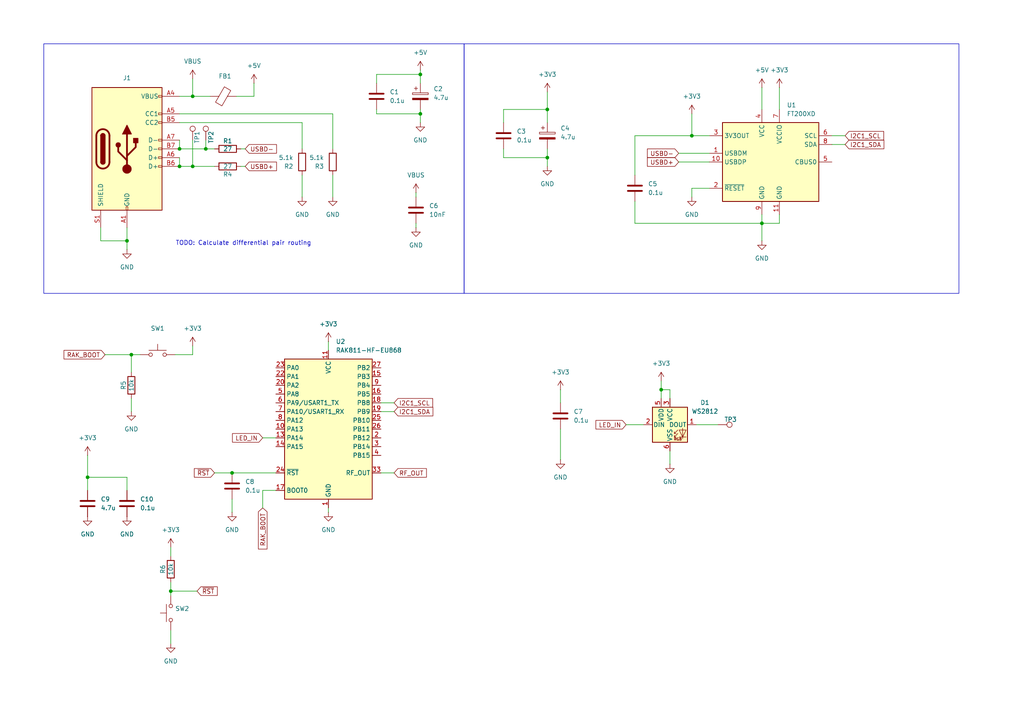
<source format=kicad_sch>
(kicad_sch (version 20250114) (generator "eeschema") (generator_version "9.0")
  (paper "A4")
  (lib_symbols
    (symbol "Connector:TestPoint" (pin_numbers (hide yes)) (pin_names (offset 0.762) (hide yes))
      (property "Reference" "TP" (at 0 6.858 0))
      (property "Value" "TestPoint" (at 0 5.08 0))
      (symbol "TestPoint_0_1"
        (circle (center 0 3.302) (radius 0.762))
      )
      (symbol "TestPoint_1_1"
        (pin passive line (at 0 0 90) (length 2.54) (name "1") (number "1"))
      )
    )
    (symbol "Connector:USB_C_Receptacle_USB2.0_14P" (pin_names (offset 1.016))
      (property "Reference" "J" (at 0 22.225 0))
      (property "Value" "USB_C_Receptacle_USB2.0_14P" (at 0 19.685 0))
      (symbol "USB_C_Receptacle_USB2.0_14P_0_0"
        (rectangle (start -0.254 -17.78) (end 0.254 -16.764))
        (rectangle (start 10.16 15.494) (end 9.144 14.986))
        (rectangle (start 10.16 10.414) (end 9.144 9.906))
        (rectangle (start 10.16 7.874) (end 9.144 7.366))
        (rectangle (start 10.16 2.794) (end 9.144 2.286))
        (rectangle (start 10.16 0.254) (end 9.144 -0.254))
        (rectangle (start 10.16 -2.286) (end 9.144 -2.794))
        (rectangle (start 10.16 -4.826) (end 9.144 -5.334))
      )
      (symbol "USB_C_Receptacle_USB2.0_14P_0_1"
        (rectangle (start -10.16 17.78) (end 10.16 -17.78) (stroke (width 0.254)) (fill (type background)))
        (polyline (pts (xy -8.89 -3.81) (xy -8.89 3.81)) (stroke (width 0.508)))
        (rectangle (start -7.62 -3.81) (end -6.35 3.81) (stroke (width 0.254)) (fill (type outline)))
        (arc (start -7.62 3.81) (mid -6.985 4.4423) (end -6.35 3.81) (stroke (width 0.254)))
        (arc (start -7.62 3.81) (mid -6.985 4.4423) (end -6.35 3.81) (stroke (width 0.254)) (fill (type outline)))
        (arc (start -8.89 3.81) (mid -6.985 5.7067) (end -5.08 3.81) (stroke (width 0.508)))
        (arc (start -5.08 -3.81) (mid -6.985 -5.7067) (end -8.89 -3.81) (stroke (width 0.508)))
        (arc (start -6.35 -3.81) (mid -6.985 -4.4423) (end -7.62 -3.81) (stroke (width 0.254)))
        (arc (start -6.35 -3.81) (mid -6.985 -4.4423) (end -7.62 -3.81) (stroke (width 0.254)) (fill (type outline)))
        (polyline (pts (xy -5.08 3.81) (xy -5.08 -3.81)) (stroke (width 0.508)))
        (circle (center -2.54 1.143) (radius 0.635) (stroke (width 0.254)) (fill (type outline)))
        (polyline (pts (xy -1.27 4.318) (xy 0 6.858) (xy 1.27 4.318) (xy -1.27 4.318)) (stroke (width 0.254)) (fill (type outline)))
        (polyline (pts (xy 0 -2.032) (xy 2.54 0.508) (xy 2.54 1.778)) (stroke (width 0.508)))
        (polyline (pts (xy 0 -3.302) (xy -2.54 -0.762) (xy -2.54 0.508)) (stroke (width 0.508)))
        (polyline (pts (xy 0 -5.842) (xy 0 4.318)) (stroke (width 0.508)))
        (circle (center 0 -5.842) (radius 1.27) (fill (type outline)))
        (rectangle (start 1.905 1.778) (end 3.175 3.048) (stroke (width 0.254)) (fill (type outline)))
      )
      (symbol "USB_C_Receptacle_USB2.0_14P_1_1"
        (pin passive line (at -7.62 -22.86 90) (length 5.08) (name "SHIELD") (number "S1"))
        (pin passive line (at 0 -22.86 90) (length 5.08) (name "GND") (number "A1"))
        (pin passive line (at 0 -22.86 90) (length 5.08) (hide yes) (name "GND") (number "A12"))
        (pin passive line (at 0 -22.86 90) (length 5.08) (hide yes) (name "GND") (number "B1"))
        (pin passive line (at 0 -22.86 90) (length 5.08) (hide yes) (name "GND") (number "B12"))
        (pin passive line (at 15.24 15.24 180) (length 5.08) (name "VBUS") (number "A4"))
        (pin passive line (at 15.24 15.24 180) (length 5.08) (hide yes) (name "VBUS") (number "A9"))
        (pin passive line (at 15.24 15.24 180) (length 5.08) (hide yes) (name "VBUS") (number "B4"))
        (pin passive line (at 15.24 15.24 180) (length 5.08) (hide yes) (name "VBUS") (number "B9"))
        (pin bidirectional line (at 15.24 10.16 180) (length 5.08) (name "CC1") (number "A5"))
        (pin bidirectional line (at 15.24 7.62 180) (length 5.08) (name "CC2") (number "B5"))
        (pin bidirectional line (at 15.24 2.54 180) (length 5.08) (name "D-") (number "A7"))
        (pin bidirectional line (at 15.24 0 180) (length 5.08) (name "D-") (number "B7"))
        (pin bidirectional line (at 15.24 -2.54 180) (length 5.08) (name "D+") (number "A6"))
        (pin bidirectional line (at 15.24 -5.08 180) (length 5.08) (name "D+") (number "B6"))
      )
    )
    (symbol "Device:C" (pin_numbers (hide yes)) (pin_names (offset 0.254))
      (property "Reference" "C" (at 0.635 2.54 0))
      (property "Value" "C" (at 0.635 -2.54 0))
      (symbol "C_0_1"
        (polyline (pts (xy -2.032 0.762) (xy 2.032 0.762)) (stroke (width 0.508)))
        (polyline (pts (xy -2.032 -0.762) (xy 2.032 -0.762)) (stroke (width 0.508)))
      )
      (symbol "C_1_1"
        (pin passive line (at 0 3.81 270) (length 2.794) (name "~") (number "1"))
        (pin passive line (at 0 -3.81 90) (length 2.794) (name "~") (number "2"))
      )
    )
    (symbol "Device:C_Polarized" (pin_numbers (hide yes)) (pin_names (offset 0.254))
      (property "Reference" "C" (at 0.635 2.54 0))
      (property "Value" "C_Polarized" (at 0.635 -2.54 0))
      (symbol "C_Polarized_0_1"
        (rectangle (start -2.286 0.508) (end 2.286 1.016))
        (polyline (pts (xy -1.778 2.286) (xy -0.762 2.286)))
        (polyline (pts (xy -1.27 2.794) (xy -1.27 1.778)))
        (rectangle (start 2.286 -0.508) (end -2.286 -1.016) (fill (type outline)))
      )
      (symbol "C_Polarized_1_1"
        (pin passive line (at 0 3.81 270) (length 2.794) (name "~") (number "1"))
        (pin passive line (at 0 -3.81 90) (length 2.794) (name "~") (number "2"))
      )
    )
    (symbol "Device:FerriteBead" (pin_numbers (hide yes)) (pin_names (offset 0))
      (property "Reference" "FB" (at -3.81 0.635 90))
      (property "Value" "FerriteBead" (at 3.81 0 90))
      (symbol "FerriteBead_0_1"
        (polyline (pts (xy -2.7686 0.4064) (xy -1.7018 2.2606) (xy 2.7686 -0.3048) (xy 1.6764 -2.159) (xy -2.7686 0.4064)))
        (polyline (pts (xy 0 1.27) (xy 0 1.2954)))
        (polyline (pts (xy 0 -1.27) (xy 0 -1.2192)))
      )
      (symbol "FerriteBead_1_1"
        (pin passive line (at 0 3.81 270) (length 2.54) (name "~") (number "1"))
        (pin passive line (at 0 -3.81 90) (length 2.54) (name "~") (number "2"))
      )
    )
    (symbol "Device:R" (pin_numbers (hide yes)) (pin_names (offset 0))
      (property "Reference" "R" (at 2.032 0 90))
      (property "Value" "R" (at 0 0 90))
      (symbol "R_0_1"
        (rectangle (start -1.016 -2.54) (end 1.016 2.54) (stroke (width 0.254)))
      )
      (symbol "R_1_1"
        (pin passive line (at 0 3.81 270) (length 1.27) (name "~") (number "1"))
        (pin passive line (at 0 -3.81 90) (length 1.27) (name "~") (number "2"))
      )
    )
    (symbol "Interface_USB:FT200XD"
      (property "Reference" "U" (at -13.97 12.7 0))
      (property "Value" "FT200XD" (at 7.62 12.7 0))
      (symbol "FT200XD_0_1"
        (rectangle (start -13.97 11.43) (end 13.97 -11.43) (stroke (width 0.254)) (fill (type background)))
      )
      (symbol "FT200XD_1_1"
        (pin power_out line (at -17.78 7.62 0) (length 3.81) (name "3V3OUT") (number "3"))
        (pin input line (at -17.78 2.54 0) (length 3.81) (name "USBDM") (number "1"))
        (pin input line (at -17.78 0 0) (length 3.81) (name "USBDP") (number "10"))
        (pin input line (at -17.78 -7.62 0) (length 3.81) (name "~{RESET}") (number "2"))
        (pin power_in line (at -2.54 15.24 270) (length 3.81) (name "VCC") (number "4"))
        (pin power_in line (at -2.54 -15.24 90) (length 3.81) (name "GND") (number "9"))
        (pin power_in line (at 2.54 15.24 270) (length 3.81) (name "VCCIO") (number "7"))
        (pin power_in line (at 2.54 -15.24 90) (length 3.81) (name "GND") (number "11"))
        (pin input line (at 17.78 7.62 180) (length 3.81) (name "SCL") (number "6"))
        (pin bidirectional line (at 17.78 5.08 180) (length 3.81) (name "SDA") (number "8"))
        (pin bidirectional line (at 17.78 0 180) (length 3.81) (name "CBUS0") (number "5"))
      )
    )
    (symbol "LED:WS2812" (pin_names (offset 0.254))
      (property "Reference" "D" (at 5.08 5.715 0))
      (property "Value" "WS2812" (at 1.27 -5.715 0))
      (symbol "WS2812_0_0"
        (text "RGB" (at 2.286 -4.191 0) (effects (font (size 0.762 0.762))))
      )
      (symbol "WS2812_0_1"
        (polyline (pts (xy 1.27 -2.54) (xy 1.778 -2.54)))
        (polyline (pts (xy 1.27 -3.556) (xy 1.778 -3.556)))
        (polyline (pts (xy 2.286 -1.524) (xy 1.27 -2.54) (xy 1.27 -2.032)))
        (polyline (pts (xy 2.286 -2.54) (xy 1.27 -3.556) (xy 1.27 -3.048)))
        (polyline (pts (xy 3.683 -1.016) (xy 3.683 -3.556) (xy 3.683 -4.064)))
        (polyline (pts (xy 4.699 -1.524) (xy 2.667 -1.524) (xy 3.683 -3.556) (xy 4.699 -1.524)))
        (polyline (pts (xy 4.699 -3.556) (xy 2.667 -3.556)))
        (rectangle (start 5.08 5.08) (end -5.08 -5.08) (stroke (width 0.254)) (fill (type background)))
      )
      (symbol "WS2812_1_1"
        (pin input line (at -7.62 0 0) (length 2.54) (name "DIN") (number "2"))
        (pin power_in line (at -2.54 7.62 270) (length 2.54) (name "VDD") (number "5"))
        (pin power_in line (at 0 7.62 270) (length 2.54) (name "VCC") (number "3"))
        (pin power_in line (at 0 -7.62 90) (length 2.54) (name "VSS") (number "6"))
        (pin no_connect line (at 5.08 2.54 180) (length 2.54) (hide yes) (name "NC") (number "4"))
        (pin output line (at 7.62 0 180) (length 2.54) (name "DOUT") (number "1"))
      )
    )
    (symbol "RF_Module:RAK811-HF-EU868"
      (property "Reference" "U" (at 0 31.75 0))
      (property "Value" "RAK811-HF-EU868" (at 0 27.94 0))
      (symbol "RAK811-HF-EU868_0_0"
        (pin bidirectional line (at -15.24 17.78 0) (length 2.54) (name "PA0") (number "23"))
        (pin bidirectional line (at -15.24 15.24 0) (length 2.54) (name "PA1") (number "22"))
        (pin bidirectional line (at -15.24 12.7 0) (length 2.54) (name "PA2") (number "20"))
        (pin bidirectional line (at -15.24 10.16 0) (length 2.54) (name "PA8") (number "5"))
        (pin bidirectional line (at -15.24 7.62 0) (length 2.54) (name "PA9/USART1_TX") (number "6"))
        (pin bidirectional line (at -15.24 5.08 0) (length 2.54) (name "PA10/USART1_RX") (number "7"))
        (pin bidirectional line (at -15.24 2.54 0) (length 2.54) (name "PA12") (number "8"))
        (pin bidirectional line (at -15.24 0 0) (length 2.54) (name "PA13") (number "10"))
        (pin bidirectional line (at -15.24 -2.54 0) (length 2.54) (name "PA14") (number "13"))
        (pin bidirectional line (at -15.24 -5.08 0) (length 2.54) (name "PA15") (number "14"))
        (pin input line (at -15.24 -12.7 0) (length 2.54) (name "~{RST}") (number "24"))
        (pin input line (at -15.24 -17.78 0) (length 2.54) (name "BOOT0") (number "17"))
        (pin power_in line (at 0 22.86 270) (length 2.54) (name "VCC") (number "11"))
        (pin power_in line (at 0 -22.86 90) (length 2.54) (name "GND") (number "1"))
        (pin passive line (at 0 -22.86 90) (length 2.54) (hide yes) (name "GND") (number "12"))
        (pin passive line (at 0 -22.86 90) (length 2.54) (hide yes) (name "GND") (number "21"))
        (pin passive line (at 0 -22.86 90) (length 2.54) (hide yes) (name "GND") (number "28"))
        (pin passive line (at 0 -22.86 90) (length 2.54) (hide yes) (name "GND") (number "29"))
        (pin passive line (at 0 -22.86 90) (length 2.54) (hide yes) (name "GND") (number "30"))
        (pin passive line (at 0 -22.86 90) (length 2.54) (hide yes) (name "GND") (number "31"))
        (pin passive line (at 0 -22.86 90) (length 2.54) (hide yes) (name "GND") (number "32"))
        (pin passive line (at 0 -22.86 90) (length 2.54) (hide yes) (name "GND") (number "34"))
        (pin bidirectional line (at 15.24 17.78 180) (length 2.54) (name "PB2") (number "27"))
        (pin bidirectional line (at 15.24 15.24 180) (length 2.54) (name "PB3") (number "15"))
        (pin bidirectional line (at 15.24 12.7 180) (length 2.54) (name "PB4") (number "9"))
        (pin bidirectional line (at 15.24 10.16 180) (length 2.54) (name "PB5") (number "16"))
        (pin bidirectional line (at 15.24 7.62 180) (length 2.54) (name "PB8") (number "18"))
        (pin bidirectional line (at 15.24 5.08 180) (length 2.54) (name "PB9") (number "19"))
        (pin bidirectional line (at 15.24 2.54 180) (length 2.54) (name "PB10") (number "25"))
        (pin bidirectional line (at 15.24 0 180) (length 2.54) (name "PB11") (number "26"))
        (pin bidirectional line (at 15.24 -2.54 180) (length 2.54) (name "PB12") (number "2"))
        (pin bidirectional line (at 15.24 -5.08 180) (length 2.54) (name "PB14") (number "3"))
        (pin bidirectional line (at 15.24 -7.62 180) (length 2.54) (name "PB15") (number "4"))
        (pin passive line (at 15.24 -12.7 180) (length 2.54) (name "RF_OUT") (number "33"))
      )
      (symbol "RAK811-HF-EU868_0_1"
        (rectangle (start 12.7 -20.32) (end -12.7 20.32) (stroke (width 0.254)) (fill (type background)))
      )
    )
    (symbol "Switch:SW_Push" (pin_numbers (hide yes)) (pin_names (offset 1.016) (hide yes))
      (property "Reference" "SW" (at 1.27 2.54 0))
      (property "Value" "SW_Push" (at 0 -1.524 0))
      (symbol "SW_Push_0_1"
        (circle (center -2.032 0) (radius 0.508))
        (polyline (pts (xy 0 1.27) (xy 0 3.048)))
        (circle (center 2.032 0) (radius 0.508))
        (polyline (pts (xy 2.54 1.27) (xy -2.54 1.27)))
        (pin passive line (at -5.08 0 0) (length 2.54) (name "1") (number "1"))
        (pin passive line (at 5.08 0 180) (length 2.54) (name "2") (number "2"))
      )
    )
    (symbol "power:+5V" (power) (pin_numbers (hide yes)) (pin_names (offset 0) (hide yes))
      (property "Value" "+5V" (at 0 3.556 0))
      (symbol "+5V_0_1"
        (polyline (pts (xy -0.762 1.27) (xy 0 2.54)))
        (polyline (pts (xy 0 2.54) (xy 0.762 1.27)))
        (polyline (pts (xy 0 0) (xy 0 2.54)))
      )
      (symbol "+5V_1_1"
        (pin power_in line (at 0 0 90) (length 0) (name "~") (number "1"))
      )
    )
    (symbol "power:GND" (power) (pin_numbers (hide yes)) (pin_names (offset 0) (hide yes))
      (property "Value" "GND" (at 0 -3.81 0))
      (symbol "GND_0_1"
        (polyline (pts (xy 0 0) (xy 0 -1.27) (xy 1.27 -1.27) (xy 0 -2.54) (xy -1.27 -1.27) (xy 0 -1.27)))
      )
      (symbol "GND_1_1"
        (pin power_in line (at 0 0 270) (length 0) (name "~") (number "1"))
      )
    )
    (symbol "power:VBUS" (power) (pin_numbers (hide yes)) (pin_names (offset 0) (hide yes))
      (property "Value" "VBUS" (at 0 3.556 0))
      (symbol "VBUS_0_1"
        (polyline (pts (xy -0.762 1.27) (xy 0 2.54)))
        (polyline (pts (xy 0 2.54) (xy 0.762 1.27)))
        (polyline (pts (xy 0 0) (xy 0 2.54)))
      )
      (symbol "VBUS_1_1"
        (pin power_in line (at 0 0 90) (length 0) (name "~") (number "1"))
      )
    )
  )
  (rectangle (start 134.62 12.7) (end 278.13 85.09))
  (rectangle (start 12.7 12.7) (end 134.62 85.09))
  (text "TODO: Calculate differential pair routing" (at 70.612 70.612 0) (effects (font (size 1.27 1.27))))
  (junction (at 220.98 64.77))
  (junction (at 59.69 43.18))
  (junction (at 52.07 48.26))
  (junction (at 158.75 31.75))
  (junction (at 67.31 137.16))
  (junction (at 200.66 39.37))
  (junction (at 191.77 113.03))
  (junction (at 158.75 45.72))
  (junction (at 25.4 138.43))
  (junction (at 38.1 102.87))
  (junction (at 55.88 27.94))
  (junction (at 52.07 43.18))
  (junction (at 49.53 171.45))
  (junction (at 121.92 33.02))
  (junction (at 36.83 69.85))
  (junction (at 55.88 48.26))
  (junction (at 121.92 21.59))
  (wire (pts (xy 38.1 107.95) (xy 38.1 102.87)))
  (wire (pts (xy 55.88 27.94) (xy 60.96 27.94)))
  (wire (pts (xy 110.49 137.16) (xy 114.3 137.16)))
  (wire (pts (xy 158.75 48.26) (xy 158.75 45.72)))
  (wire (pts (xy 55.88 22.86) (xy 55.88 27.94)))
  (wire (pts (xy 146.05 31.75) (xy 158.75 31.75)))
  (wire (pts (xy 121.92 31.75) (xy 121.92 33.02)))
  (wire (pts (xy 25.4 138.43) (xy 36.83 138.43)))
  (wire (pts (xy 49.53 171.45) (xy 49.53 172.72)))
  (wire (pts (xy 194.31 113.03) (xy 191.77 113.03)))
  (wire (pts (xy 52.07 27.94) (xy 55.88 27.94)))
  (wire (pts (xy 96.52 33.02) (xy 96.52 43.18)))
  (wire (pts (xy 158.75 45.72) (xy 158.75 43.18)))
  (wire (pts (xy 30.48 102.87) (xy 38.1 102.87)))
  (wire (pts (xy 191.77 113.03) (xy 191.77 115.57)))
  (wire (pts (xy 52.07 45.72) (xy 52.07 48.26)))
  (wire (pts (xy 52.07 35.56) (xy 87.63 35.56)))
  (wire (pts (xy 59.69 40.64) (xy 59.69 43.18)))
  (wire (pts (xy 146.05 35.56) (xy 146.05 31.75)))
  (wire (pts (xy 245.11 39.37) (xy 241.3 39.37)))
  (wire (pts (xy 184.15 58.42) (xy 184.15 64.77)))
  (wire (pts (xy 158.75 31.75) (xy 158.75 35.56)))
  (wire (pts (xy 69.85 48.26) (xy 71.12 48.26)))
  (wire (pts (xy 109.22 33.02) (xy 121.92 33.02)))
  (wire (pts (xy 200.66 39.37) (xy 205.74 39.37)))
  (wire (pts (xy 158.75 26.67) (xy 158.75 31.75)))
  (wire (pts (xy 194.31 115.57) (xy 194.31 113.03)))
  (wire (pts (xy 25.4 132.08) (xy 25.4 138.43)))
  (wire (pts (xy 220.98 64.77) (xy 220.98 69.85)))
  (wire (pts (xy 76.2 142.24) (xy 80.01 142.24)))
  (wire (pts (xy 95.25 148.59) (xy 95.25 147.32)))
  (wire (pts (xy 49.53 168.91) (xy 49.53 171.45)))
  (wire (pts (xy 55.88 48.26) (xy 62.23 48.26)))
  (wire (pts (xy 87.63 35.56) (xy 87.63 43.18)))
  (wire (pts (xy 200.66 54.61) (xy 205.74 54.61)))
  (wire (pts (xy 162.56 133.35) (xy 162.56 124.46)))
  (wire (pts (xy 55.88 102.87) (xy 55.88 100.33)))
  (wire (pts (xy 220.98 64.77) (xy 226.06 64.77)))
  (wire (pts (xy 36.83 66.04) (xy 36.83 69.85)))
  (wire (pts (xy 96.52 57.15) (xy 96.52 50.8)))
  (wire (pts (xy 52.07 40.64) (xy 52.07 43.18)))
  (wire (pts (xy 73.66 27.94) (xy 68.58 27.94)))
  (wire (pts (xy 67.31 144.78) (xy 67.31 148.59)))
  (wire (pts (xy 73.66 24.13) (xy 73.66 27.94)))
  (wire (pts (xy 50.8 102.87) (xy 55.88 102.87)))
  (wire (pts (xy 95.25 99.06) (xy 95.25 101.6)))
  (wire (pts (xy 49.53 158.75) (xy 49.53 161.29)))
  (wire (pts (xy 120.65 55.88) (xy 120.65 57.15)))
  (wire (pts (xy 36.83 138.43) (xy 36.83 142.24)))
  (wire (pts (xy 121.92 20.32) (xy 121.92 21.59)))
  (wire (pts (xy 38.1 119.38) (xy 38.1 115.57)))
  (wire (pts (xy 245.11 41.91) (xy 241.3 41.91)))
  (wire (pts (xy 196.85 46.99) (xy 205.74 46.99)))
  (wire (pts (xy 67.31 137.16) (xy 80.01 137.16)))
  (wire (pts (xy 110.49 116.84) (xy 114.3 116.84)))
  (wire (pts (xy 59.69 43.18) (xy 62.23 43.18)))
  (wire (pts (xy 184.15 64.77) (xy 220.98 64.77)))
  (wire (pts (xy 52.07 43.18) (xy 59.69 43.18)))
  (wire (pts (xy 109.22 24.13) (xy 109.22 21.59)))
  (wire (pts (xy 57.15 171.45) (xy 49.53 171.45)))
  (wire (pts (xy 25.4 142.24) (xy 25.4 138.43)))
  (wire (pts (xy 201.93 123.19) (xy 208.28 123.19)))
  (wire (pts (xy 87.63 50.8) (xy 87.63 57.15)))
  (wire (pts (xy 109.22 31.75) (xy 109.22 33.02)))
  (wire (pts (xy 162.56 113.03) (xy 162.56 116.84)))
  (wire (pts (xy 120.65 66.04) (xy 120.65 64.77)))
  (wire (pts (xy 200.66 54.61) (xy 200.66 57.15)))
  (wire (pts (xy 226.06 25.4) (xy 226.06 31.75)))
  (wire (pts (xy 220.98 25.4) (xy 220.98 31.75)))
  (wire (pts (xy 181.61 123.19) (xy 186.69 123.19)))
  (wire (pts (xy 110.49 119.38) (xy 114.3 119.38)))
  (wire (pts (xy 146.05 45.72) (xy 158.75 45.72)))
  (wire (pts (xy 184.15 39.37) (xy 200.66 39.37)))
  (wire (pts (xy 29.21 69.85) (xy 36.83 69.85)))
  (wire (pts (xy 55.88 40.64) (xy 55.88 48.26)))
  (wire (pts (xy 29.21 66.04) (xy 29.21 69.85)))
  (wire (pts (xy 191.77 110.49) (xy 191.77 113.03)))
  (wire (pts (xy 196.85 44.45) (xy 205.74 44.45)))
  (wire (pts (xy 62.23 137.16) (xy 67.31 137.16)))
  (wire (pts (xy 52.07 33.02) (xy 96.52 33.02)))
  (wire (pts (xy 40.64 102.87) (xy 38.1 102.87)))
  (wire (pts (xy 184.15 50.8) (xy 184.15 39.37)))
  (wire (pts (xy 49.53 182.88) (xy 49.53 186.69)))
  (wire (pts (xy 36.83 69.85) (xy 36.83 72.39)))
  (wire (pts (xy 121.92 21.59) (xy 121.92 24.13)))
  (wire (pts (xy 146.05 43.18) (xy 146.05 45.72)))
  (wire (pts (xy 220.98 62.23) (xy 220.98 64.77)))
  (wire (pts (xy 121.92 33.02) (xy 121.92 35.56)))
  (wire (pts (xy 52.07 48.26) (xy 55.88 48.26)))
  (wire (pts (xy 194.31 134.62) (xy 194.31 130.81)))
  (wire (pts (xy 76.2 127) (xy 80.01 127)))
  (wire (pts (xy 226.06 62.23) (xy 226.06 64.77)))
  (wire (pts (xy 76.2 147.32) (xy 76.2 142.24)))
  (wire (pts (xy 69.85 43.18) (xy 71.12 43.18)))
  (wire (pts (xy 200.66 33.02) (xy 200.66 39.37)))
  (wire (pts (xy 109.22 21.59) (xy 121.92 21.59)))
  (global_label "RAK_BOOT" (shape input) (at 76.2 147.32 270) (property "Intersheetrefs" "${INTERSHEET_REFS}" (effects (hide yes))))
  (global_label "LED_IN" (shape input) (at 181.61 123.19 180) (property "Intersheetrefs" "${INTERSHEET_REFS}" (effects (hide yes))))
  (global_label "~{RST}" (shape input) (at 57.15 171.45 0) (property "Intersheetrefs" "${INTERSHEET_REFS}" (effects (hide yes))))
  (global_label "I2C1_SCL" (shape input) (at 114.3 116.84 0) (property "Intersheetrefs" "${INTERSHEET_REFS}" (effects (hide yes))))
  (global_label "USBD-" (shape input) (at 196.85 44.45 180) (property "Intersheetrefs" "${INTERSHEET_REFS}" (effects (hide yes))))
  (global_label "LED_IN" (shape input) (at 76.2 127 180) (property "Intersheetrefs" "${INTERSHEET_REFS}" (effects (hide yes))))
  (global_label "I2C1_SDA" (shape input) (at 245.11 41.91 0) (property "Intersheetrefs" "${INTERSHEET_REFS}" (effects (hide yes))))
  (global_label "~{RST}" (shape input) (at 62.23 137.16 180) (property "Intersheetrefs" "${INTERSHEET_REFS}" (effects (hide yes))))
  (global_label "I2C1_SCL" (shape input) (at 245.11 39.37 0) (property "Intersheetrefs" "${INTERSHEET_REFS}" (effects (hide yes))))
  (global_label "USBD-" (shape input) (at 71.12 43.18 0) (property "Intersheetrefs" "${INTERSHEET_REFS}" (effects (hide yes))))
  (global_label "RF_OUT" (shape input) (at 114.3 137.16 0) (property "Intersheetrefs" "${INTERSHEET_REFS}" (effects (hide yes))))
  (global_label "USBD+" (shape input) (at 71.12 48.26 0) (property "Intersheetrefs" "${INTERSHEET_REFS}" (effects (hide yes))))
  (global_label "USBD+" (shape input) (at 196.85 46.99 180) (property "Intersheetrefs" "${INTERSHEET_REFS}" (effects (hide yes))))
  (global_label "RAK_BOOT" (shape input) (at 30.48 102.87 180) (property "Intersheetrefs" "${INTERSHEET_REFS}" (effects (hide yes))))
  (global_label "I2C1_SDA" (shape input) (at 114.3 119.38 0) (property "Intersheetrefs" "${INTERSHEET_REFS}" (effects (hide yes))))
  (symbol (lib_id "power:GND") (at 158.75 48.26 0) (unit 1)
    (property "Reference" "#PWR09" (effects (hide yes)))
    (property "Value" "GND" (at 158.75 53.34 0))
    (property "Description" "Power symbol creates a global label with name \"GND\" , ground" (effects (hide yes)))
  )
  (symbol (lib_id "Switch:SW_Push") (at 49.53 177.8 90) (unit 1)
    (property "Reference" "SW2" (at 50.8 176.5299 90) (effects (justify right)))
    (property "Value" "SW_Push" (effects (hide yes)))
    (property "Footprint" "Button_Switch_SMD:SW_Push_SPST_NO_Alps_SKRK" (effects (hide yes)))
    (property "Description" "Push button switch, generic, two pins" (effects (hide yes)))
  )
  (symbol (lib_id "Device:R") (at 96.52 46.99 180) (unit 1)
    (property "Reference" "R3" (at 93.98 48.2601 0) (effects (justify left)))
    (property "Value" "5.1k" (at 93.98 45.7201 0) (effects (justify left)))
    (property "Footprint" "Resistor_SMD:R_0402_1005Metric" (effects (hide yes)))
    (property "Description" "Resistor" (effects (hide yes)))
  )
  (symbol (lib_id "power:+5V") (at 200.66 33.02 0) (unit 1)
    (property "Reference" "#PWR07" (effects (hide yes)))
    (property "Value" "+3V3" (at 200.66 27.94 0))
    (property "Description" "Power symbol creates a global label with name \"+5V\"" (effects (hide yes)))
  )
  (symbol (lib_id "Device:C") (at 67.31 140.97 0) (unit 1)
    (property "Reference" "C8" (at 71.12 139.6999 0) (effects (justify left)))
    (property "Value" "0.1u" (at 71.12 142.2399 0) (effects (justify left)))
    (property "Footprint" "Capacitor_SMD:C_0402_1005Metric" (effects (hide yes)))
    (property "Description" "Unpolarized capacitor" (effects (hide yes)))
  )
  (symbol (lib_id "Device:C") (at 146.05 39.37 0) (unit 1)
    (property "Reference" "C3" (at 149.86 38.0999 0) (effects (justify left)))
    (property "Value" "0.1u" (at 149.86 40.6399 0) (effects (justify left)))
    (property "Footprint" "Capacitor_SMD:C_0402_1005Metric" (effects (hide yes)))
    (property "Description" "Unpolarized capacitor" (effects (hide yes)))
  )
  (symbol (lib_id "Device:C") (at 25.4 146.05 0) (unit 1)
    (property "Reference" "C9" (at 29.21 144.7799 0) (effects (justify left)))
    (property "Value" "4.7u" (at 29.21 147.3199 0) (effects (justify left)))
    (property "Footprint" "Capacitor_SMD:C_0402_1005Metric" (effects (hide yes)))
    (property "Description" "Unpolarized capacitor" (effects (hide yes)))
  )
  (symbol (lib_id "power:GND") (at 200.66 57.15 0) (unit 1)
    (property "Reference" "#PWR013" (effects (hide yes)))
    (property "Value" "GND" (at 200.66 62.23 0))
    (property "Description" "Power symbol creates a global label with name \"GND\" , ground" (effects (hide yes)))
  )
  (symbol (lib_id "power:GND") (at 38.1 119.38 0) (unit 1)
    (property "Reference" "#PWR019" (effects (hide yes)))
    (property "Value" "GND" (at 38.1 124.46 0))
    (property "Description" "Power symbol creates a global label with name \"GND\" , ground" (effects (hide yes)))
  )
  (symbol (lib_id "power:+5V") (at 220.98 25.4 0) (unit 1)
    (property "Reference" "#PWR04" (effects (hide yes)))
    (property "Value" "+5V" (at 220.98 20.32 0))
    (property "Description" "Power symbol creates a global label with name \"+5V\"" (effects (hide yes)))
  )
  (symbol (lib_id "power:VBUS") (at 55.88 22.86 0) (unit 1)
    (property "Reference" "#PWR02" (effects (hide yes)))
    (property "Value" "VBUS" (at 55.88 17.78 0))
    (property "Description" "Power symbol creates a global label with name \"VBUS\"" (effects (hide yes)))
  )
  (symbol (lib_id "Device:R") (at 66.04 48.26 90) (unit 1)
    (property "Reference" "R4" (at 66.04 50.546 90))
    (property "Value" "27" (at 66.04 48.26 90))
    (property "Footprint" "Resistor_SMD:R_0402_1005Metric" (effects (hide yes)))
    (property "Description" "Resistor" (effects (hide yes)))
  )
  (symbol (lib_id "power:+5V") (at 49.53 158.75 0) (unit 1)
    (property "Reference" "#PWR029" (effects (hide yes)))
    (property "Value" "+3V3" (at 49.53 153.67 0))
    (property "Description" "Power symbol creates a global label with name \"+5V\"" (effects (hide yes)))
  )
  (symbol (lib_id "Device:R") (at 38.1 111.76 0) (unit 1)
    (property "Reference" "R5" (at 35.814 111.76 90))
    (property "Value" "10k" (at 38.1 111.76 90))
    (property "Footprint" "Resistor_SMD:R_0402_1005Metric" (effects (hide yes)))
    (property "Description" "Resistor" (effects (hide yes)))
  )
  (symbol (lib_id "Device:FerriteBead") (at 64.77 27.94 90) (unit 1)
    (property "Reference" "FB1" (at 65.278 22.098 90))
    (property "Value" "FerriteBead" (effects (hide yes)))
    (property "Footprint" "Inductor_SMD:L_0402_1005Metric" (effects (hide yes)))
    (property "Description" "Ferrite bead" (effects (hide yes)))
  )
  (symbol (lib_id "power:VBUS") (at 120.65 55.88 0) (unit 1)
    (property "Reference" "#PWR010" (effects (hide yes)))
    (property "Value" "VBUS" (at 120.65 50.8 0))
    (property "Description" "Power symbol creates a global label with name \"VBUS\"" (effects (hide yes)))
  )
  (symbol (lib_id "power:GND") (at 95.25 148.59 0) (unit 1)
    (property "Reference" "#PWR024" (effects (hide yes)))
    (property "Value" "GND" (at 95.25 153.67 0))
    (property "Description" "Power symbol creates a global label with name \"GND\" , ground" (effects (hide yes)))
  )
  (symbol (lib_id "power:+5V") (at 158.75 26.67 0) (unit 1)
    (property "Reference" "#PWR06" (effects (hide yes)))
    (property "Value" "+3V3" (at 158.75 21.59 0))
    (property "Description" "Power symbol creates a global label with name \"+5V\"" (effects (hide yes)))
  )
  (symbol (lib_id "power:GND") (at 49.53 186.69 0) (unit 1)
    (property "Reference" "#PWR030" (effects (hide yes)))
    (property "Value" "GND" (at 49.53 191.77 0))
    (property "Description" "Power symbol creates a global label with name \"GND\" , ground" (effects (hide yes)))
  )
  (symbol (lib_id "power:GND") (at 36.83 149.86 0) (unit 1)
    (property "Reference" "#PWR026" (effects (hide yes)))
    (property "Value" "GND" (at 36.83 154.94 0))
    (property "Description" "Power symbol creates a global label with name \"GND\" , ground" (effects (hide yes)))
  )
  (symbol (lib_id "Device:C") (at 162.56 120.65 0) (unit 1)
    (property "Reference" "C7" (at 166.37 119.3799 0) (effects (justify left)))
    (property "Value" "0.1u" (at 166.37 121.9199 0) (effects (justify left)))
    (property "Footprint" "Capacitor_SMD:C_0402_1005Metric" (effects (hide yes)))
    (property "Description" "Unpolarized capacitor" (effects (hide yes)))
  )
  (symbol (lib_id "power:GND") (at 120.65 66.04 0) (unit 1)
    (property "Reference" "#PWR014" (effects (hide yes)))
    (property "Value" "GND" (at 120.65 71.12 0))
    (property "Description" "Power symbol creates a global label with name \"GND\" , ground" (effects (hide yes)))
  )
  (symbol (lib_id "Device:C") (at 184.15 54.61 0) (unit 1)
    (property "Reference" "C5" (at 187.96 53.3399 0) (effects (justify left)))
    (property "Value" "0.1u" (at 187.96 55.8799 0) (effects (justify left)))
    (property "Footprint" "Capacitor_SMD:C_0402_1005Metric" (effects (hide yes)))
    (property "Description" "Unpolarized capacitor" (effects (hide yes)))
  )
  (symbol (lib_id "power:GND") (at 36.83 72.39 0) (unit 1)
    (property "Reference" "#PWR016" (effects (hide yes)))
    (property "Value" "GND" (at 36.83 77.47 0))
    (property "Description" "Power symbol creates a global label with name \"GND\" , ground" (effects (hide yes)))
  )
  (symbol (lib_id "power:+5V") (at 191.77 110.49 0) (unit 1)
    (property "Reference" "#PWR020" (effects (hide yes)))
    (property "Value" "+3V3" (at 191.77 105.41 0))
    (property "Description" "Power symbol creates a global label with name \"+5V\"" (effects (hide yes)))
  )
  (symbol (lib_id "Connector:TestPoint") (at 208.28 123.19 270) (unit 1)
    (property "Reference" "TP3" (at 210.058 121.666 90) (effects (justify left)))
    (property "Value" "TestPoint" (effects (hide yes)))
    (property "Footprint" "TestPoint:TestPoint_Pad_D1.5mm" (effects (hide yes)))
    (property "Description" "test point" (effects (hide yes)))
  )
  (symbol (lib_id "power:+5V") (at 25.4 132.08 0) (unit 1)
    (property "Reference" "#PWR022" (effects (hide yes)))
    (property "Value" "+3V3" (at 25.4 127 0))
    (property "Description" "Power symbol creates a global label with name \"+5V\"" (effects (hide yes)))
  )
  (symbol (lib_id "power:+5V") (at 162.56 113.03 0) (unit 1)
    (property "Reference" "#PWR021" (effects (hide yes)))
    (property "Value" "+3V3" (at 162.56 107.95 0))
    (property "Description" "Power symbol creates a global label with name \"+5V\"" (effects (hide yes)))
  )
  (symbol (lib_id "power:+5V") (at 55.88 100.33 0) (unit 1)
    (property "Reference" "#PWR018" (effects (hide yes)))
    (property "Value" "+3V3" (at 55.88 95.25 0))
    (property "Description" "Power symbol creates a global label with name \"+5V\"" (effects (hide yes)))
  )
  (symbol (lib_id "power:GND") (at 87.63 57.15 0) (unit 1)
    (property "Reference" "#PWR011" (effects (hide yes)))
    (property "Value" "GND" (at 87.63 62.23 0))
    (property "Description" "Power symbol creates a global label with name \"GND\" , ground" (effects (hide yes)))
  )
  (symbol (lib_id "Device:R") (at 87.63 46.99 180) (unit 1)
    (property "Reference" "R2" (at 85.09 48.2601 0) (effects (justify left)))
    (property "Value" "5.1k" (at 85.09 45.7201 0) (effects (justify left)))
    (property "Footprint" "Resistor_SMD:R_0402_1005Metric" (effects (hide yes)))
    (property "Description" "Resistor" (effects (hide yes)))
  )
  (symbol (lib_id "power:GND") (at 96.52 57.15 0) (unit 1)
    (property "Reference" "#PWR012" (effects (hide yes)))
    (property "Value" "GND" (at 96.52 62.23 0))
    (property "Description" "Power symbol creates a global label with name \"GND\" , ground" (effects (hide yes)))
  )
  (symbol (lib_id "Device:C_Polarized") (at 158.75 39.37 0) (unit 1)
    (property "Reference" "C4" (at 162.56 37.2109 0) (effects (justify left)))
    (property "Value" "4.7u" (at 162.56 39.7509 0) (effects (justify left)))
    (property "Footprint" "Capacitor_Tantalum_SMD:CP_EIA-1608-08_AVX-J" (effects (hide yes)))
    (property "Description" "Polarized capacitor" (effects (hide yes)))
  )
  (symbol (lib_id "Device:C") (at 109.22 27.94 0) (unit 1)
    (property "Reference" "C1" (at 113.03 26.6699 0) (effects (justify left)))
    (property "Value" "0.1u" (at 113.03 29.2099 0) (effects (justify left)))
    (property "Footprint" "Capacitor_SMD:C_0402_1005Metric" (effects (hide yes)))
    (property "Description" "Unpolarized capacitor" (effects (hide yes)))
  )
  (symbol (lib_id "power:GND") (at 194.31 134.62 0) (unit 1)
    (property "Reference" "#PWR028" (effects (hide yes)))
    (property "Value" "GND" (at 194.31 139.7 0))
    (property "Description" "Power symbol creates a global label with name \"GND\" , ground" (effects (hide yes)))
  )
  (symbol (lib_id "power:GND") (at 162.56 133.35 0) (unit 1)
    (property "Reference" "#PWR027" (effects (hide yes)))
    (property "Value" "GND" (at 162.56 138.43 0))
    (property "Description" "Power symbol creates a global label with name \"GND\" , ground" (effects (hide yes)))
  )
  (symbol (lib_id "Connector:TestPoint") (at 59.69 40.64 0) (unit 1)
    (property "Reference" "TP2" (at 61.214 41.656 90) (effects (justify left)))
    (property "Value" "TestPoint" (effects (hide yes)))
    (property "Footprint" "TestPoint:TestPoint_Pad_D1.0mm" (effects (hide yes)))
    (property "Description" "test point" (effects (hide yes)))
  )
  (symbol (lib_id "Device:R") (at 49.53 165.1 0) (unit 1)
    (property "Reference" "R6" (at 47.244 165.1 90))
    (property "Value" "10k" (at 49.53 165.1 90))
    (property "Footprint" "Resistor_SMD:R_0402_1005Metric" (effects (hide yes)))
    (property "Description" "Resistor" (effects (hide yes)))
  )
  (symbol (lib_id "Device:R") (at 66.04 43.18 90) (unit 1)
    (property "Reference" "R1" (at 66.04 40.894 90))
    (property "Value" "27" (at 66.04 43.18 90))
    (property "Footprint" "Resistor_SMD:R_0402_1005Metric" (effects (hide yes)))
    (property "Description" "Resistor" (effects (hide yes)))
  )
  (symbol (lib_id "power:+5V") (at 73.66 24.13 0) (unit 1)
    (property "Reference" "#PWR03" (effects (hide yes)))
    (property "Value" "+5V" (at 73.66 19.05 0))
    (property "Description" "Power symbol creates a global label with name \"+5V\"" (effects (hide yes)))
  )
  (symbol (lib_id "Device:C") (at 36.83 146.05 0) (unit 1)
    (property "Reference" "C10" (at 40.64 144.7799 0) (effects (justify left)))
    (property "Value" "0.1u" (at 40.64 147.3199 0) (effects (justify left)))
    (property "Footprint" "Capacitor_SMD:C_0402_1005Metric" (effects (hide yes)))
    (property "Description" "Unpolarized capacitor" (effects (hide yes)))
  )
  (symbol (lib_id "Device:C_Polarized") (at 121.92 27.94 0) (unit 1)
    (property "Reference" "C2" (at 125.73 25.7809 0) (effects (justify left)))
    (property "Value" "4.7u" (at 125.73 28.3209 0) (effects (justify left)))
    (property "Footprint" "Capacitor_Tantalum_SMD:CP_EIA-1608-08_AVX-J" (effects (hide yes)))
    (property "Description" "Polarized capacitor" (effects (hide yes)))
  )
  (symbol (lib_id "power:+5V") (at 121.92 20.32 0) (unit 1)
    (property "Reference" "#PWR01" (effects (hide yes)))
    (property "Value" "+5V" (at 121.92 15.24 0))
    (property "Description" "Power symbol creates a global label with name \"+5V\"" (effects (hide yes)))
  )
  (symbol (lib_id "power:GND") (at 121.92 35.56 0) (unit 1)
    (property "Reference" "#PWR08" (effects (hide yes)))
    (property "Value" "GND" (at 121.92 40.64 0))
    (property "Description" "Power symbol creates a global label with name \"GND\" , ground" (effects (hide yes)))
  )
  (symbol (lib_id "Interface_USB:FT200XD") (at 223.52 46.99 0) (unit 1)
    (property "Reference" "U1" (at 228.2033 30.48 0) (effects (justify left)))
    (property "Value" "FT200XD" (at 228.2033 33.02 0) (effects (justify left)))
    (property "Footprint" "Package_DFN_QFN:DFN-10-1EP_3x3mm_P0.5mm_EP1.55x2.48mm" (effects (hide yes)))
    (property "Datasheet" "https://www.ftdichip.com/Support/Documents/DataSheets/ICs/DS_FT200XD.pdf" (effects (hide yes)))
    (property "Description" "Full Speed USB to I2C Bridge, DFN-10" (effects (hide yes)))
  )
  (symbol (lib_id "power:GND") (at 67.31 148.59 0) (unit 1)
    (property "Reference" "#PWR023" (effects (hide yes)))
    (property "Value" "GND" (at 67.31 153.67 0))
    (property "Description" "Power symbol creates a global label with name \"GND\" , ground" (effects (hide yes)))
  )
  (symbol (lib_id "Switch:SW_Push") (at 45.72 102.87 0) (unit 1)
    (property "Reference" "SW1" (at 45.72 95.25 0))
    (property "Value" "SW_Push" (effects (hide yes)))
    (property "Footprint" "Button_Switch_SMD:SW_Push_SPST_NO_Alps_SKRK" (effects (hide yes)))
    (property "Description" "Push button switch, generic, two pins" (effects (hide yes)))
  )
  (symbol (lib_id "Device:C") (at 120.65 60.96 0) (unit 1)
    (property "Reference" "C6" (at 124.46 59.6899 0) (effects (justify left)))
    (property "Value" "10nF" (at 124.46 62.2299 0) (effects (justify left)))
    (property "Footprint" "Capacitor_SMD:C_0402_1005Metric" (effects (hide yes)))
    (property "Description" "Unpolarized capacitor" (effects (hide yes)))
  )
  (symbol (lib_id "LED:WS2812") (at 194.31 123.19 0) (unit 1)
    (property "Reference" "D1" (at 204.47 116.7698 0))
    (property "Value" "WS2812" (at 204.47 119.3098 0))
    (property "Footprint" "LED_SMD:LED_WS2812_PLCC6_5.0x5.0mm_P1.6mm" (effects (hide yes)))
    (property "Datasheet" "https://cdn-shop.adafruit.com/datasheets/WS2812.pdf" (effects (hide yes)))
    (property "Description" "RGB LED with integrated controller" (effects (hide yes)))
  )
  (symbol (lib_id "power:+5V") (at 226.06 25.4 0) (unit 1)
    (property "Reference" "#PWR05" (effects (hide yes)))
    (property "Value" "+3V3" (at 226.06 20.32 0))
    (property "Description" "Power symbol creates a global label with name \"+5V\"" (effects (hide yes)))
  )
  (symbol (lib_id "Connector:TestPoint") (at 55.88 40.64 0) (unit 1)
    (property "Reference" "TP1" (at 57.15 41.656 90) (effects (justify left)))
    (property "Value" "TestPoint" (effects (hide yes)))
    (property "Footprint" "TestPoint:TestPoint_Pad_D1.0mm" (effects (hide yes)))
    (property "Description" "test point" (effects (hide yes)))
  )
  (symbol (lib_id "power:+5V") (at 95.25 99.06 0) (unit 1)
    (property "Reference" "#PWR017" (effects (hide yes)))
    (property "Value" "+3V3" (at 95.25 93.98 0))
    (property "Description" "Power symbol creates a global label with name \"+5V\"" (effects (hide yes)))
  )
  (symbol (lib_id "power:GND") (at 220.98 69.85 0) (unit 1)
    (property "Reference" "#PWR015" (effects (hide yes)))
    (property "Value" "GND" (at 220.98 74.93 0))
    (property "Description" "Power symbol creates a global label with name \"GND\" , ground" (effects (hide yes)))
  )
  (symbol (lib_id "power:GND") (at 25.4 149.86 0) (unit 1)
    (property "Reference" "#PWR025" (effects (hide yes)))
    (property "Value" "GND" (at 25.4 154.94 0))
    (property "Description" "Power symbol creates a global label with name \"GND\" , ground" (effects (hide yes)))
  )
  (symbol (lib_id "Connector:USB_C_Receptacle_USB2.0_14P") (at 36.83 43.18 0) (unit 1)
    (property "Reference" "J1" (at 36.83 22.606 0))
    (property "Value" "USB_C_Receptacle_USB2.0_14P" (effects (hide yes)))
    (property "Footprint" "Connector_USB:USB_C_Receptacle_HCTL_HC-TYPE-C-16P-01A" (effects (hide yes)))
    (property "Datasheet" "https://www.usb.org/sites/default/files/documents/usb_type-c.zip" (effects (hide yes)))
    (property "Description" "USB 2.0-only 14P Type-C Receptacle connector" (effects (hide yes)))
  )
  (symbol (lib_id "RF_Module:RAK811-HF-EU868") (at 95.25 124.46 0) (unit 1)
    (property "Reference" "U2" (at 97.3933 99.06 0) (effects (justify left)))
    (property "Value" "RAK811-HF-EU868" (at 97.3933 101.6 0) (effects (justify left)))
    (property "Footprint" "RF_Module:RAK811" (effects (hide yes)))
    (property "Datasheet" "https://downloads.rakwireless.com/LoRa/RAK811/Hardware_Specification/RAK811_LoRa_Module_Datasheet_V1.4.pdf" (effects (hide yes)))
    (property "Description" "LoRa Module, STM32L151, EU868, RAKwireless" (effects (hide yes)))
  )
)
</source>
